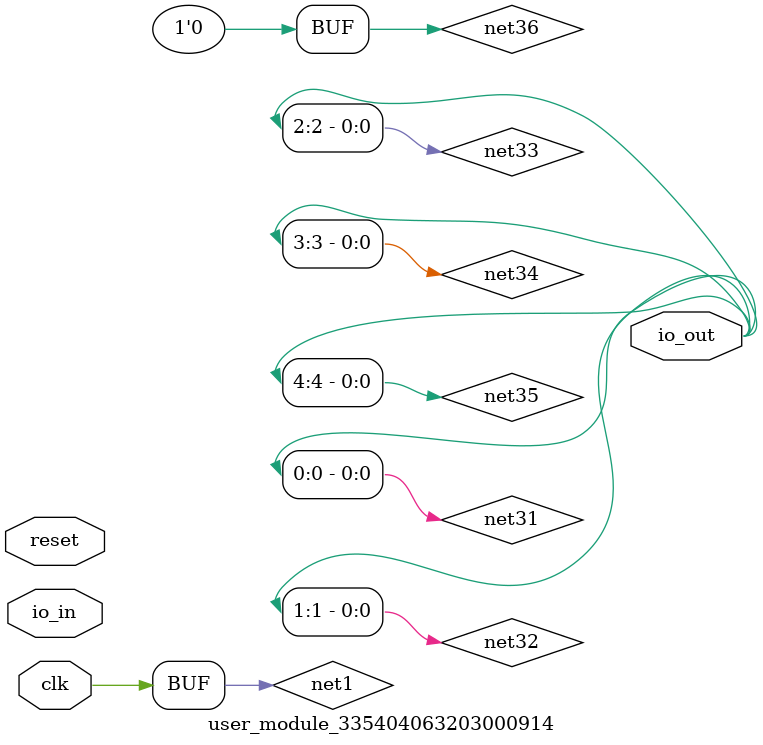
<source format=v>
/* Automatically generated from https://wokwi.com/projects/335404063203000914 */

module user_module_335404063203000914(
  input reset,
  input clk,
  input [7:0] io_in,
  output [7:0] io_out
);
  wire net1 = clk;
  wire net2;
  wire net3;
  wire net4;
  wire net5;
  wire net6;
  wire net7;
  wire net8;
  wire net9;
  wire net10;
  wire net11;
  wire net12;
  wire net13;
  wire net14;
  wire net15;
  wire net16;
  wire net17;
  wire net18;
  wire net19;
  wire net20;
  wire net21;
  wire net22;
  wire net23;
  wire net24;
  wire net25;
  wire net26;
  wire net27;
  wire net28;
  wire net29;
  wire net30;
  wire net31;
  wire net32;
  wire net33;
  wire net34;
  wire net35;
  wire net36 = 1'b0;
  wire net37;
  wire net38;

  assign io_out[0] = net31;
  assign io_out[1] = net32;
  assign io_out[2] = net33;
  assign io_out[3] = net34;
  assign io_out[4] = net35;

  dff_cell flipflop4 (
    .d (net2),
    .clk (net1),
    .q (net3),
    .notq (net2)
  );
  dff_cell flipflop5 (
    .d (net4),
    .clk (net3),
    .q (net5),
    .notq (net4)
  );
  dff_cell flipflop6 (
    .d (net6),
    .clk (net5),
    .q (net7),
    .notq (net6)
  );
  dff_cell flipflop7 (
    .d (net8),
    .clk (net7),
    .q (net9),
    .notq (net8)
  );
  dff_cell flipflop8 (
    .d (net10),
    .clk (net9),
    .q (net11),
    .notq (net10)
  );
  dff_cell flipflop2 (
    .d (net12),
    .clk (net11),
    .q (net13),
    .notq (net12)
  );
  dff_cell flipflop3 (
    .d (net14),
    .clk (net13),
    .q (net15),
    .notq (net14)
  );
  dff_cell flipflop9 (
    .d (net16),
    .clk (net15),
    .q (net17),
    .notq (net16)
  );
  dff_cell flipflop10 (
    .d (net18),
    .clk (net17),
    .q (net19),
    .notq (net18)
  );
  dff_cell flipflop11 (
    .d (net20),
    .clk (net19),
    .q (net21),
    .notq (net20)
  );
  dff_cell flipflop12 (
    .d (net22),
    .clk (net21),
    .q (net23),
    .notq (net22)
  );
  dff_cell flipflop13 (
    .d (net24),
    .clk (net23),
    .q (net25),
    .notq (net24)
  );
  dff_cell flipflop14 (
    .d (net26),
    .clk (net25),
    .notq (net26)
  );
  dff_cell flipflop1 (
    .d (net27),
    .clk (net23),
    .q (net28)
  );
  dff_cell flipflop15 (
    .d (net29),
    .clk (net23),
    .q (net30)
  );
  dff_cell flipflop16 (
    .d (net30),
    .clk (net23),
    .q (net27)
  );
  dff_cell flipflop17 (
    .d (net28),
    .clk (net23),
    .q (net37)
  );
  dff_cell flipflop18 (
    .d (net37),
    .clk (net23),
    .q (net38),
    .notq (net29)
  );
endmodule

</source>
